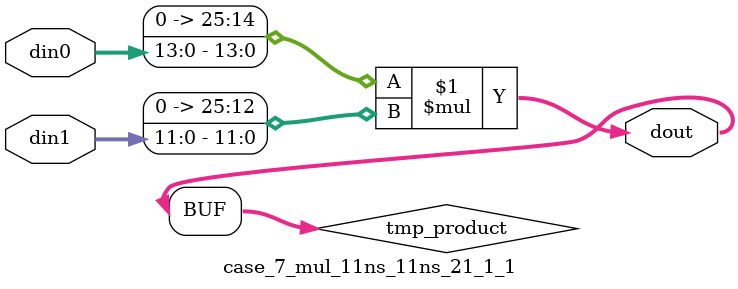
<source format=v>

`timescale 1 ns / 1 ps

 (* use_dsp = "no" *)  module case_7_mul_11ns_11ns_21_1_1(din0, din1, dout);
parameter ID = 1;
parameter NUM_STAGE = 0;
parameter din0_WIDTH = 14;
parameter din1_WIDTH = 12;
parameter dout_WIDTH = 26;

input [din0_WIDTH - 1 : 0] din0; 
input [din1_WIDTH - 1 : 0] din1; 
output [dout_WIDTH - 1 : 0] dout;

wire signed [dout_WIDTH - 1 : 0] tmp_product;
























assign tmp_product = $signed({1'b0, din0}) * $signed({1'b0, din1});











assign dout = tmp_product;





















endmodule

</source>
